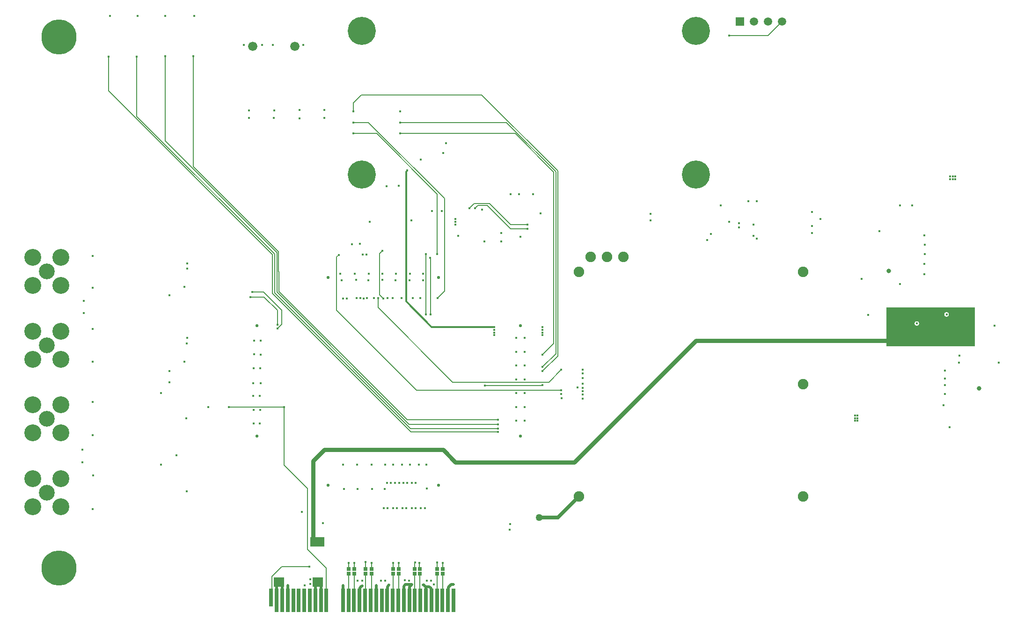
<source format=gbl>
%FSTAX25Y25*%
%MOIN*%
%SFA1B1*%

%IPPOS*%
%ADD18C,0.005000*%
%ADD41R,0.028000X0.165000*%
%ADD42R,0.028000X0.126000*%
%ADD108C,0.120000*%
%ADD112C,0.008000*%
%ADD113C,0.020000*%
%ADD114C,0.012000*%
%ADD119C,0.065980*%
%ADD120C,0.075000*%
%ADD121R,0.059060X0.059060*%
%ADD122C,0.059060*%
%ADD123C,0.021660*%
%ADD124C,0.112000*%
%ADD125C,0.250000*%
%ADD126C,0.016000*%
%ADD127C,0.200000*%
%ADD128C,0.050000*%
%ADD129C,0.032000*%
%ADD130C,0.025000*%
%ADD131R,0.025200X0.026770*%
%ADD132C,0.030000*%
%ADD133R,0.098430X0.068900*%
%ADD134R,0.073820X0.067910*%
%LNtimecard-dc-beta-v1-1*%
%LPD*%
G36*
X0681102Y0194882D02*
X061811D01*
Y0222441*
X0681102*
Y0194882*
G37*
%LNtimecard-dc-beta-v1-2*%
%LPC*%
G36*
X0661102Y0219206D02*
X0660466D01*
X0659878Y0218963*
X0659428Y0218513*
X0659184Y0217925*
Y0217288*
X0659428Y02167*
X0659878Y021625*
X0660466Y0216006*
X0661102*
X0661691Y021625*
X0662141Y02167*
X0662384Y0217288*
Y0217925*
X0662141Y0218513*
X0661691Y0218963*
X0661102Y0219206*
G37*
G36*
X0639902Y0212706D02*
X0639266D01*
X0638678Y0212463*
X0638228Y0212013*
X0637984Y0211425*
Y0210788*
X0638228Y02102*
X0638678Y020975*
X0639266Y0209506*
X0639902*
X0640491Y020975*
X0640941Y02102*
X0641184Y0210788*
Y0211425*
X0640941Y0212013*
X0640491Y0212463*
X0639902Y0212706*
G37*
%LNtimecard-dc-beta-v1-3*%
%LPD*%
G54D18*
X0246982Y0041092D02*
D01*
X0246959Y0041065*
X0246938Y0041037*
X024692Y0041007*
X0246904Y0040976*
X0246889Y0040944*
X0246877Y0040912*
X0246868Y0040878*
X024686Y0040844*
X0246855Y0040809*
X0246853Y0040775*
X0246853Y0040762*
X028189Y0036527D02*
D01*
X028189Y0036504*
X0281893Y0036482*
X0281897Y0036459*
X0281902Y0036437*
X0281909Y0036416*
X0281917Y0036395*
X0281927Y0036375*
X0281939Y0036355*
X0281951Y0036337*
X0281965Y0036319*
X028198Y0036302*
X0281984Y0036299*
X0285433Y0036423D02*
D01*
X0285433Y003641*
X0285434Y0036398*
X0285436Y0036386*
X0285439Y0036374*
X0285443Y0036363*
X0285448Y0036351*
X0285453Y003634*
X0285459Y003633*
X0285466Y003632*
X0285473Y003631*
X0285482Y0036301*
X0285484Y0036299*
X0298039Y0040885D02*
D01*
X0298034Y004085*
X0298031Y0040815*
X0298031Y0040797*
X0270354Y0011106D02*
D01*
X0270375Y0011128*
X0270394Y0011152*
X0270412Y0011178*
X0270428Y0011204*
X0270442Y0011232*
X0270454Y001126*
X0270464Y001129*
X0270472Y001132*
X0270478Y001135*
X0270482Y0011381*
X0270483Y0011412*
X0270484Y001142*
X0301984Y0032913D02*
D01*
X0301962Y0032889*
X0301942Y0032864*
X0301923Y0032838*
X0301907Y0032811*
X0301893Y0032783*
X030188Y0032753*
X030187Y0032723*
X0301861Y0032692*
X0301855Y0032661*
X0301851Y0032629*
X030185Y0032597*
X030185Y003259*
X0297984Y0032913D02*
D01*
X0297972Y00329*
X0297961Y0032887*
X0297952Y0032873*
X0297943Y0032859*
X0297935Y0032844*
X0297929Y0032828*
X0297923Y0032812*
X0297919Y0032796*
X0297916Y0032779*
X0297914Y0032763*
X0297913Y0032746*
X0297913Y0032742*
X0285484Y0015081D02*
D01*
X0285488Y0014952*
X0285501Y0014824*
X0285524Y0014698*
X0285555Y0014573*
X0285595Y0014451*
X0285643Y0014332*
X0285699Y0014216*
X0285763Y0014105*
X0285835Y0013998*
X0285914Y0013897*
X0286Y0013802*
X0286023Y001378*
X0282165Y0032476D02*
D01*
X0282163Y0032519*
X0282158Y0032562*
X0282151Y0032604*
X0282141Y0032646*
X0282127Y0032687*
X0282111Y0032727*
X0282092Y0032766*
X0282071Y0032803*
X0282046Y0032839*
X028202Y0032873*
X0281991Y0032905*
X0281984Y0032913*
Y0014026D02*
D01*
X0281984Y0014001*
X0281987Y0013977*
X0281991Y0013953*
X0281997Y0013929*
X0282005Y0013906*
X0282014Y0013884*
X0282024Y0013862*
X0282037Y0013841*
X028205Y001382*
X0282065Y0013801*
X0282081Y0013783*
X0282086Y001378*
X0234984Y0032913D02*
D01*
X0234973Y0032902*
X0234964Y003289*
X0234955Y0032878*
X0234947Y0032865*
X0234941Y0032851*
X0234935Y0032838*
X023493Y0032823*
X0234926Y0032809*
X0234923Y0032794*
X0234921Y0032779*
X0234921Y0032764*
Y0032761*
X0282198Y0040785D02*
D01*
X0282166Y004077*
X0282135Y0040753*
X0282106Y0040735*
X0282078Y0040714*
X0282051Y0040691*
X0282026Y0040667*
X0282003Y0040641*
X0281982Y0040613*
X0281962Y0040584*
X0281945Y0040554*
X028193Y0040522*
X0281917Y004049*
X0281907Y0040456*
X0281899Y0040423*
X0281893Y0040388*
X028189Y0040353*
Y0040327*
X0266484Y0036299D02*
D01*
X0266492Y0036307*
X02665Y0036317*
X0266507Y0036327*
X0266513Y0036337*
X0266518Y0036348*
X0266523Y003636*
X0266527Y0036371*
X026653Y0036383*
X0266533Y0036395*
X0266534Y0036407*
X0266535Y0036419*
X0266535Y0036423*
X0234984Y0036299D02*
D01*
X0234992Y0036308*
X0235001Y0036318*
X0235008Y0036329*
X0235015Y003634*
X0235021Y0036352*
X0235026Y0036364*
X023503Y0036377*
X0235034Y0036389*
X0235036Y0036402*
X0235038Y0036415*
X0235039Y0036428*
Y0036432*
X0297984Y0036299D02*
D01*
X0297991Y0036307*
X0297998Y0036315*
X0298005Y0036325*
X0298011Y0036334*
X0298016Y0036344*
X029802Y0036355*
X0298024Y0036365*
X0298027Y0036376*
X0298029Y0036387*
X029803Y0036398*
X0298031Y003641*
X0298031Y0036413*
X0234842Y001378D02*
D01*
X0234865Y0013804*
X0234886Y001383*
X0234905Y0013858*
X0234923Y0013887*
X0234938Y0013917*
X0234951Y0013948*
X0234962Y001398*
X0234971Y0014013*
X0234977Y0014046*
X0234981Y0014079*
X0234983Y0014113*
X0234984Y0014122*
X0238779Y001378D02*
D01*
X0238812Y0013815*
X0238842Y0013853*
X023887Y0013893*
X0238896Y0013935*
X0238918Y0013978*
X0238937Y0014023*
X0238953Y0014069*
X0238965Y0014116*
X0238975Y0014164*
X023898Y0014213*
X0238983Y0014261*
X0238984Y0014274*
X0246654Y001378D02*
D01*
X0246691Y001382*
X0246726Y0013862*
X0246757Y0013907*
X0246785Y0013955*
X024681Y0014004*
X0246832Y0014054*
X024685Y0014106*
X0246864Y0014159*
X0246875Y0014213*
X0246881Y0014268*
X0246884Y0014323*
X0246884Y0014337*
X025059Y001378D02*
D01*
X0250686Y0013883*
X0250775Y0013993*
X0250856Y0014109*
X0250929Y001423*
X0250993Y0014356*
X0251048Y0014486*
X0251095Y001462*
X0251131Y0014757*
X0251158Y0014895*
X0251175Y0015036*
X0251183Y0015177*
X0251184Y0015213*
X0266338Y001378D02*
D01*
X0266361Y0013805*
X0266383Y0013832*
X0266403Y001386*
X0266421Y001389*
X0266437Y0013921*
X026645Y0013953*
X0266462Y0013986*
X0266471Y001402*
X0266477Y0014054*
X0266481Y0014088*
X0266483Y0014123*
X0266484Y0014131*
X0270275Y001378D02*
D01*
X0270308Y0013816*
X027034Y0013855*
X0270368Y0013895*
X0270394Y0013938*
X0270416Y0013982*
X0270436Y0014028*
X0270452Y0014075*
X0270465Y0014123*
X0270474Y0014172*
X0270481Y0014221*
X0270483Y0014271*
X0270484Y0014284*
X0301771Y001378D02*
D01*
X0301805Y0013817*
X0301837Y0013856*
X0301866Y0013898*
X0301892Y0013941*
X0301915Y0013986*
X0301935Y0014033*
X0301952Y0014081*
X0301965Y001413*
X0301974Y001418*
X0301981Y001423*
X0301983Y0014281*
X0301984Y0014293*
X0297834Y001378D02*
D01*
X0297858Y0013806*
X029788Y0013833*
X0297901Y0013863*
X0297919Y0013893*
X0297935Y0013925*
X0297949Y0013958*
X0297961Y0013992*
X029797Y0014026*
X0297977Y0014061*
X0297981Y0014097*
X0297983Y0014133*
X0297984Y0014141*
X0297913Y0011106D02*
D01*
X0297924Y0011118*
X0297935Y0011131*
X0297944Y0011145*
X0297953Y0011159*
X0297961Y0011174*
X0297967Y001119*
X0297973Y0011206*
X0297977Y0011222*
X029798Y0011239*
X0297982Y0011255*
X0297983Y0011272*
X0297984Y0011278*
X0246732Y0011106D02*
D01*
X0246732Y0011106*
X0246732Y0011106*
X0246732Y0011106*
X0246732Y0011106*
X0246732Y0011107*
X0246733*
D01*
X0246757Y0011133*
X024678Y0011161*
X0246801Y0011191*
X0246819Y0011222*
X0246836Y0011254*
X024685Y0011288*
X0246862Y0011322*
X0246871Y0011357*
X0246878Y0011392*
X0246883Y0011428*
X0246884Y0011464*
X0246884Y0011473*
X0266417Y0011106D02*
D01*
X0266427Y0011117*
X0266437Y001113*
X0266447Y0011143*
X0266455Y0011156*
X0266462Y0011171*
X0266468Y0011185*
X0266474Y0011201*
X0266478Y0011216*
X0266481Y0011232*
X0266483Y0011248*
X0266484Y0011264*
Y0011268*
X0285484Y0012598D02*
D01*
X0285489Y001245*
X0285504Y0012304*
X028553Y0012159*
X0285565Y0012016*
X0285611Y0011876*
X0285666Y0011739*
X028573Y0011607*
X0285804Y0011479*
X0285886Y0011357*
X0285977Y0011241*
X0286076Y0011132*
X02861Y0011108*
D01*
X02861Y0011107*
X02861Y0011107*
X0286101Y0011106*
X0286101Y0011106*
X0286102Y0011106*
X0246982Y0041092D02*
X0246987Y0041098D01*
X024685Y0040501D02*
X0246853Y0040762D01*
X028189Y0036527D02*
Y0040327D01*
X0285433Y0036423D02*
Y0040551D01*
X0298039Y0040885D02*
X0298044Y0040914D01*
X0298031Y0036413D02*
Y0040797D01*
X0301984Y0014293D02*
Y0032913D01*
X0297984Y0014141D02*
Y0032913D01*
X0285484Y0015081D02*
Y0032913D01*
X0281984Y0014026D02*
Y0032913D01*
X0234984Y0014122D02*
Y0032913D01*
X024685Y0036333D02*
Y0040501D01*
Y0036333D02*
X0246884Y0036299D01*
X0251181Y0036302D02*
Y0040551D01*
Y0036302D02*
X0251184Y0036299D01*
X0298044Y0040914D02*
X0298046Y0040915D01*
X0246987Y0041098D02*
X0246988Y0041099D01*
X0266535Y0036423D02*
Y0040551D01*
X0270472Y0036311D02*
X0270484Y0036299D01*
X0270472Y0036311D02*
Y0040551D01*
X0235039Y0036432D02*
Y0040551D01*
X0238976Y0036307D02*
X0238984Y0036299D01*
X0238976Y0036307D02*
Y0040551D01*
X0301969Y0036315D02*
X0301984Y0036299D01*
X0301969Y0036315D02*
Y0040551D01*
X0238984Y0014274D02*
Y0032913D01*
X0246884Y0014337D02*
Y0032913D01*
X0251184Y0015213D02*
Y0032913D01*
X0266484Y0014131D02*
Y0032913D01*
X0270484Y0014284D02*
Y0032913D01*
G54D41*
X0309646Y001378D03*
X0187599D03*
X0183661D03*
X0215158D03*
X0211221D03*
X0270275D03*
X0301771D03*
X0297834D03*
X0286023D03*
X0266338D03*
X0282086D03*
X025059D03*
X0246654D03*
X0238779D03*
X0234842D03*
X0219094D03*
X0195473D03*
X0199409D03*
X0203346D03*
X0207283D03*
X0258465D03*
X0242717D03*
X0230906D03*
X027815D03*
X0293898D03*
X0274213D03*
X0305709D03*
X0289961D03*
X0262402D03*
X0254527D03*
X0191535D03*
G54D42*
X0179725Y001573D03*
G54D108*
X0009984Y0258106D03*
Y0238106D03*
X0029984D03*
Y0258106D03*
X0009984Y0100606D03*
Y0080606D03*
X0029984D03*
Y0100606D03*
X0009984Y0153106D03*
Y0133106D03*
X0029984D03*
Y0153106D03*
X0009984Y0205606D03*
Y0185606D03*
X0029984D03*
Y0205606D03*
G54D112*
X0505905Y0416339D02*
X0533779D01*
X0543622Y0426181*
X0205709Y0050197D02*
Y0093504D01*
X0219094Y001378D02*
X0219488Y0014173D01*
X0205709Y0050197D02*
X0219094Y0036811D01*
X0188944Y0110268D02*
X0205709Y0093504D01*
X0219094Y001378D02*
Y0036811D01*
X0187279Y0037795D02*
X0207087D01*
X0179803Y0013056D02*
X0180296Y0013549D01*
X0188944Y0110268D02*
Y0151607D01*
X0180296Y0030812D02*
X0187279Y0037795D01*
X0180296Y0013549D02*
Y0030812D01*
X0320866Y0293307D02*
X0324135Y0296576D01*
X029813Y0229232D02*
X030315Y0234252D01*
Y0300197*
X0249016Y0354331D02*
X030315Y0300197D01*
X0362106Y0278543D02*
X0362156Y0278592D01*
X0350394Y0278543D02*
X0362106D01*
X0326803Y0295276D02*
X0333661D01*
X0350394Y0278543*
X0335314Y0296576D02*
X0350394Y0281496D01*
X0324135Y0296576D02*
X0335314D01*
X0350394Y0281496D02*
X0362205D01*
X0324803Y0293276D02*
X0326803Y0295276D01*
X025689Y0260827D02*
X0258858Y0262795D01*
X025689Y0231693D02*
Y0260827D01*
Y0231693D02*
X0259547Y0229035D01*
X0293069Y0257983D02*
X0293188Y0257863D01*
Y0217639D02*
Y0257863D01*
Y0217639D02*
X0293307Y021752D01*
X0298031Y0260531D02*
Y030333D01*
X0290059Y0217656D02*
Y026063D01*
X0226378Y0220472D02*
X0283384Y0163466D01*
X0386372*
X0226378Y0258583D02*
X0227835Y0260039D01*
X0226378Y0220472D02*
Y0258583D01*
X0227835Y0260039D02*
X0228051D01*
X0183809Y0233514D02*
X0278051Y0139272D01*
X0185335Y0233827D02*
X027674Y0142421D01*
X0182283Y0232874D02*
X0278843Y0136314D01*
X0341283*
X0278051Y0139272D02*
X0341142D01*
X018061Y0232709D02*
X0279402Y0133917D01*
X0341397*
X027674Y0142421D02*
X0341142D01*
X0289923Y021752D02*
X0290059Y0217656D01*
X0372475Y0166952D02*
X0372815Y0167291D01*
X0331802Y0166952D02*
X0372475D01*
X0372815Y0167291D02*
X0373031D01*
X0377513Y0169291D02*
X0386371Y017815D01*
X0309055Y0169291D02*
X0377513D01*
X0255906Y0222441D02*
Y0229134D01*
Y0222441D02*
X0309055Y0169291D01*
X0254905Y0346457D02*
X0298031Y030333D01*
X0238189Y0354331D02*
X0249016D01*
X0238189Y0346457D02*
X0254905D01*
X0238189Y0362205D02*
Y036811D01*
X0244094Y0374016*
X0329594*
X0383858Y0187992D02*
Y0319752D01*
X0329594Y0374016D02*
X0383858Y0319752D01*
X0373031Y0180118D02*
X0382558Y0189645D01*
X0347441Y0354331D02*
X0382558Y0319213D01*
Y0189645D02*
Y0319213D01*
X0373031Y0177165D02*
X0383858Y0187992D01*
X0271654Y0354331D02*
X0347441D01*
X0271654Y0346457D02*
X0353477D01*
X0380906Y0319028*
Y019685D02*
Y0319028D01*
X0373031Y0188976D02*
X0380906Y019685D01*
X0174606Y023002D02*
X0184144Y0220482D01*
X0164961Y023002D02*
X0174606D01*
X0184144Y0210148D02*
Y0220482D01*
X0174311Y0233661D02*
X0187402Y0220571D01*
X0166437Y0233661D02*
X0174311D01*
X0187402Y0210577D02*
Y0220571D01*
X0184429Y0207604D02*
X0187402Y0210577D01*
X0124397Y0322816D02*
Y0401594D01*
Y0322816D02*
X0185109Y0262103D01*
Y024806D02*
X0185335Y0247835D01*
X0185109Y024806D02*
Y0262103D01*
X0183809Y0233514D02*
Y0261565D01*
X010423Y0341144D02*
X0183809Y0261565D01*
X0084064Y0358653D02*
X0182283Y0260433D01*
X018061Y0232709D02*
Y0260268D01*
X0182283Y0232874D02*
Y0260433D01*
X0063897Y0376981D02*
X018061Y0260268D01*
X0063897Y0376981D02*
Y0401294D01*
X0084064Y0358653D02*
Y0401327D01*
X0185335Y0233827D02*
Y0247835D01*
X010423Y0341144D02*
Y040146D01*
X0188944Y0151606D02*
Y0151607D01*
X0149638Y0151606D02*
X0188944D01*
X0149606Y0151575D02*
X0149638Y0151606D01*
X0270354Y0011106D02*
X0270484Y0011236D01*
X0234921Y0011106D02*
X0234984Y0011169D01*
X030185Y0011106D02*
X0301984Y001124D01*
G54D113*
X0289104Y002438D02*
D01*
X0289001Y0024475*
X0288893Y0024562*
X0288778Y0024642*
X0288658Y0024714*
X0288534Y0024777*
X0288405Y0024832*
X0288273Y0024877*
X0288138Y0024913*
X0288001Y002494*
X0287863Y0024956*
X0287831Y002496*
X0243658Y0023533D02*
D01*
X0243546Y0023449*
X024344Y0023358*
X024334Y002326*
X0243248Y0023155*
X0243163Y0023044*
X0243087Y0022928*
X0243018Y0022806*
X0242959Y002268*
X0242908Y002255*
X0242866Y0022417*
X0242834Y0022281*
X0242811Y0022143*
X0242798Y0022004*
X0242795Y0021888*
X0191614Y0011106D02*
Y0024476D01*
X0305832Y0011151D02*
Y0013903D01*
X0287828Y002496D02*
X0287831D01*
X0289104Y002438D02*
X0289106Y0024379D01*
X0254606Y0011106D02*
Y0024484D01*
X026248Y0011106D02*
Y0023583D01*
X0242795Y0021888D02*
D01*
Y0011106D02*
Y0021888D01*
X0230984Y0011106D02*
Y0024606D01*
X0215114Y0011229D02*
Y002524D01*
X0211484Y002887D02*
X0215114Y002524D01*
X0187677Y0011106D02*
Y0024305D01*
X0184984Y0026998D02*
X0187677Y0024305D01*
X018374Y0025754D02*
X0184984Y0026998D01*
X018374Y0025591D02*
Y0025754D01*
Y0011106D02*
Y0025591D01*
X0289106Y0024379D02*
X0289886Y0023598D01*
X0243658Y0023533D02*
X0244706Y0024259D01*
X026248Y0023583D02*
X0263687Y0024791D01*
X0279921Y0025197D02*
X0279999D01*
X030593Y0023139D02*
X0307988Y0025197D01*
X0309744*
X0293497Y0014179D02*
Y0022426D01*
X0278273Y0023549D02*
X0279921Y0025197D01*
X0274213Y0024025D02*
X0275384Y0025197D01*
X0292326Y0023598D02*
X0293497Y0022426D01*
X0305832Y0013903D02*
X030593Y0014002D01*
X0293497Y0014179D02*
X0293898Y001378D01*
X0274213D02*
Y0024025D01*
X0275384Y0025197D02*
X0279921D01*
X0289886Y0013854D02*
X0289961Y001378D01*
X0289886Y0013854D02*
Y0023598D01*
X0292326*
X030593Y0014002D02*
Y0023139D01*
X0305787Y0011106D02*
X0305832Y0011151D01*
X0278273Y0013903D02*
Y0023549D01*
X027815Y001378D02*
X0278273Y0013903D01*
X0305709Y001378D02*
X0305832Y0013903D01*
X0211221Y0025591D02*
D01*
Y001378D02*
Y0025591D01*
X0215114Y0011229D02*
X0215236Y0011106D01*
G54D114*
X0275984Y0226772D02*
Y0319183D01*
Y0226772D02*
X0294094Y0208661D01*
X0275984Y0319183D02*
X0276772Y031997D01*
Y0320079*
X0294094Y0208661D02*
X0338583D01*
G54D119*
X019661Y040861D03*
X016661D03*
G54D120*
X0430778Y0258465D03*
X0418966D03*
X0407156D03*
X0398888Y0087992D03*
Y0247835D03*
X055873D03*
Y0167913D03*
Y0087992D03*
G54D121*
X0513622Y0426181D03*
G54D122*
X0523622Y0426181D03*
X0533622D03*
X0543622D03*
G54D123*
X0299014Y024384D03*
X0357136Y0209705D03*
Y0130965D03*
X0220274Y024384D03*
X0169644Y013097D03*
Y020971D03*
X0220275Y0095846D03*
X0299015D03*
G54D124*
X0019984Y0248106D03*
Y0090606D03*
Y0143106D03*
Y0195606D03*
G54D125*
X0028543Y0415206D03*
Y0036811D03*
G54D126*
X0045276Y0112205D03*
Y0121063D03*
X004626Y0227362D03*
Y0218504D03*
X0052689Y0207306D03*
X0107283Y0169291D03*
X0112205Y0117126D03*
X0101378Y0161417D03*
X0505905Y0416339D03*
X0338583Y0208661D03*
X0276772Y0320079D03*
X0270669Y0309087D03*
X0261811Y0309055D03*
X0249938Y0283527D03*
X0350394Y0303118D03*
X0356299D03*
X0366142D03*
X024311Y0267748D03*
X0244882Y0260236D03*
X0252953Y0229134D03*
X0248107D03*
X0237205Y0267717D03*
X0525591Y0298228D03*
X025889Y0242126D03*
X0525591Y0271654D03*
X0512795Y0279528D03*
Y028248D03*
X0519685Y0298228D03*
X0490158Y0270638D03*
X0505905Y0283465D03*
X05Y0295276D03*
X0279528Y0284449D03*
X0202756Y0409449D03*
X0302165Y0332677D03*
X0286417Y0327756D03*
X0288059Y0241869D03*
X0240158Y0242126D03*
X0160433Y0409449D03*
X0217488Y0357695D03*
X0201772Y0076772D03*
X0216535Y0068898D03*
X0595472Y0145669D03*
Y0141732D03*
X0597441Y0145669D03*
Y0141732D03*
X0595472Y0143701D03*
X0597441D03*
X0311024Y0281496D03*
Y0283465D03*
Y0285433D03*
X0331693Y0269685D03*
X0343504D03*
X0357185Y0272736D03*
X0312894Y0273721D03*
X0343504Y027559D03*
X0371477Y0289616D03*
X0304134Y0339567D03*
X0290158Y011063D03*
X0285039D03*
X027874D03*
X0272835D03*
X0207677Y002874D03*
Y0025591D03*
X0207087Y0037795D03*
X0209646Y0054134D03*
Y0056102D03*
X0211614Y0054134D03*
Y0056102D03*
X0213583Y0054134D03*
Y0056102D03*
X065748Y0208661D03*
X0620079Y019685D03*
Y0198819D03*
Y0200787D03*
X0622047Y019685D03*
Y0198819D03*
Y0200787D03*
Y0206693D03*
X0191614Y0024476D03*
X0627559Y0295276D03*
X0612992Y0276772D03*
X0667108Y0314014D03*
Y0315982D03*
X0663171Y0314014D03*
Y0315982D03*
X066514D03*
Y0314014D03*
X0272638Y0229331D03*
X0238189Y0354331D03*
X0271654Y0346457D03*
Y0354331D03*
Y0362205D03*
X0238189Y0346457D03*
Y0362205D03*
X0134843Y0151575D03*
X0107283Y0177165D03*
Y0231299D03*
X0101181Y0110433D03*
X011811Y0184055D03*
Y0237205D03*
X0120079Y0200787D03*
Y0253937D03*
X0163957Y035748D03*
X0181727D03*
X0199803Y0357283D03*
X021752Y0363189D03*
X0199803D03*
X0181794Y0362897D03*
X0163992Y0362811D03*
X0181102Y0409449D03*
X0173228D03*
X0064961Y0430118D03*
X0084646D03*
X0104331D03*
X0125D03*
X0288059Y0246457D03*
X0320866Y0293307D03*
X030115Y0291307D03*
X0329918Y0292362D03*
X0324803Y0293276D03*
X0362205Y0281496D03*
X0362156Y0278592D03*
X0294341Y0291289D03*
X025889Y0246457D03*
X0258858Y0262795D03*
X0293069Y0257983D03*
X0298031Y0260531D03*
X0290059Y026063D03*
X0247638Y0260236D03*
X0229035Y0246555D03*
X0293307Y021752D03*
X0289923D03*
X0331802Y0166952D03*
X0386372Y0163466D03*
X0354331Y0171291D03*
X0373031Y0167291D03*
X0360236Y0171291D03*
X0280512Y0229331D03*
X0523228Y0281496D03*
Y0273622D03*
X0286024Y0229232D03*
X029813D03*
X0268437Y0241831D03*
X0268701Y0246457D03*
X0245674Y0228738D03*
X0373031Y0208661D03*
Y0206693D03*
Y0204724D03*
Y0202756D03*
Y0188976D03*
Y0180118D03*
Y0177165D03*
X0354331Y0141732D03*
X0360236D03*
Y0151575D03*
X0354331D03*
Y0161417D03*
X0360236D03*
X0354331Y0181102D03*
X0360236D03*
X0354331Y0190945D03*
X0360236D03*
Y0200787D03*
X0354331D03*
X0338583Y0204724D03*
Y0202756D03*
Y0206693D03*
X0228051Y0260039D03*
X0184144Y0210148D03*
X0164961Y023002D03*
X0166437Y0233661D03*
X0184429Y0207604D03*
X0124397Y0401594D03*
X010423Y040146D03*
X0084064Y0401327D03*
X0063897Y0401294D03*
X0341142Y0142421D03*
Y0139272D03*
X0341283Y0136314D03*
X0341397Y0133917D03*
X0188944Y0151607D03*
X0240613Y0229269D03*
X0167484Y0198906D03*
X011998Y0250197D03*
X0119685Y0196752D03*
X011939Y0143504D03*
X0119587Y0091437D03*
X0278248Y0241831D03*
X0266437Y0229134D03*
X0262598D03*
X0259547Y0229035D03*
X0255906Y0229134D03*
X0248819Y0241831D03*
X0243307Y0229134D03*
X0233563Y0229035D03*
X0231004D03*
X023002Y024187D03*
X0278543Y0246457D03*
X0239173D03*
X024941D03*
X0492913Y0274803D03*
X0564921Y0290394D03*
X0570866Y0285433D03*
X0401575Y015748D03*
X0449803Y028937D03*
Y0284449D03*
X0397899Y0165616D03*
X0401575Y0168307D03*
X0401533Y0172321D03*
X0386371Y017815D03*
X0386433Y0160893D03*
X0386458Y0157787D03*
X0401461Y0175652D03*
X0401575Y017815D03*
Y0165354D03*
Y0162833D03*
Y0160433D03*
X0564961Y0280512D03*
X0564921Y0275551D03*
X0171884Y0149606D03*
X0167184D03*
X0149606Y0151575D03*
X0697884Y0183071D03*
X0231496Y0093307D03*
X0241339D03*
X0251575D03*
X0290551Y0093701D03*
X0266535Y011063D03*
X0261024D03*
X0251181Y0110591D03*
X0240945Y011063D03*
X0231102D03*
X0172184Y0168571D03*
X0167084D03*
X0636221Y0295276D03*
X0645084Y0246263D03*
Y0253543D03*
X0645276Y026063D03*
X0645182Y0267323D03*
X0645084Y0274016D03*
X065878Y0152931D03*
X0659449Y0167323D03*
Y0161024D03*
Y0177559D03*
Y0172047D03*
X0349705Y0064173D03*
X0270866Y0097638D03*
X0171484Y0159506D03*
X0260668Y009319D03*
X0276772Y0097638D03*
X0279921D03*
X0275984Y0079528D03*
X0274016Y0097638D03*
X0282677Y0079528D03*
X0262598D03*
X028937D03*
X0273228D03*
X0171884Y0179206D03*
X0167584Y0189106D03*
X0282677Y0097638D03*
X0269291Y0079528D03*
X0259842D03*
X026811Y0097638D03*
X0264961D03*
X0262205D03*
X0167184Y0179206D03*
X0266535Y0079528D03*
X0167184Y0139906D03*
X0279921Y0079528D03*
X0167084Y0159506D03*
X0286221Y0079528D03*
X0171684Y0139906D03*
X0172184Y0198906D03*
Y0189006D03*
X0251181Y0040551D03*
X0261024Y0027953D03*
X0257874D03*
X0298046Y0040915D03*
X0282198Y0040785D03*
X0274882Y0028231D03*
X0246988Y0041099D03*
X0290549Y0027951D03*
X0287828Y002496D03*
X0285433Y0040551D03*
X0277953Y0027953D03*
X0266535Y0040551D03*
X0270472D03*
X0235039D03*
X0238976D03*
X0293701Y0027953D03*
X0295747Y0025197D03*
X0301969Y0040551D03*
X0244706Y0024259D03*
X0241339Y0027953D03*
X0244488D03*
X0263687Y0024791D03*
X0279999Y0025197D03*
X0254606Y0024484D03*
X0309744Y0025197D03*
X0203484Y0024606D03*
X0230984D03*
X0662884Y0137206D03*
X0211221Y002874D03*
X0215158D03*
X0211221Y0025591D03*
X0215158D03*
X0183268D03*
X0185236D03*
X0187205D03*
X0183268Y002874D03*
X0185236D03*
X0187205D03*
X0349853Y0068206D03*
X0669478Y018309D03*
X0669984Y0188106D03*
X0694984Y0209506D03*
X0660784Y0217606D03*
X0639584Y0211106D03*
X0604884Y0217106D03*
X0600394Y0243021D03*
X0627484Y0239106D03*
X0052689Y0079006D03*
X0052789Y0102806D03*
X0052689Y0131406D03*
X0052589Y0155106D03*
X0052689Y0183906D03*
Y0236506D03*
X0052601Y0259389D03*
G54D127*
X0244124Y0317303D03*
X0482313Y0419665D03*
Y0317303D03*
X0244124Y0419665D03*
G54D128*
X0370669Y0072933D03*
G54D129*
X0619685Y0248425D03*
X0683858Y0164961D03*
G54D130*
X0370669Y0072933D02*
X0383829D01*
X0398888Y0087992*
G54D131*
X0301984Y0032913D03*
Y0036299D03*
X0234984D03*
Y0032913D03*
X0238984D03*
Y0036299D03*
X0246884D03*
Y0032913D03*
X0251184D03*
Y0036299D03*
X0266484Y0032913D03*
Y0036299D03*
X0270484Y0032913D03*
Y0036299D03*
X0281984Y0032913D03*
Y0036299D03*
X0285484D03*
Y0032913D03*
X0297984D03*
Y0036299D03*
G54D132*
X0209646Y0056102D02*
Y0113189D01*
X0482283Y0198819D02*
X0620079D01*
X0209646Y0113189D02*
X021752Y0121063D01*
X0302165*
X0311024Y0112205*
X0395669*
X0482283Y0198819*
G54D133*
X0212598Y005561D03*
G54D134*
X0213061Y0026852D03*
X0185187Y0026919D03*
M02*
</source>
